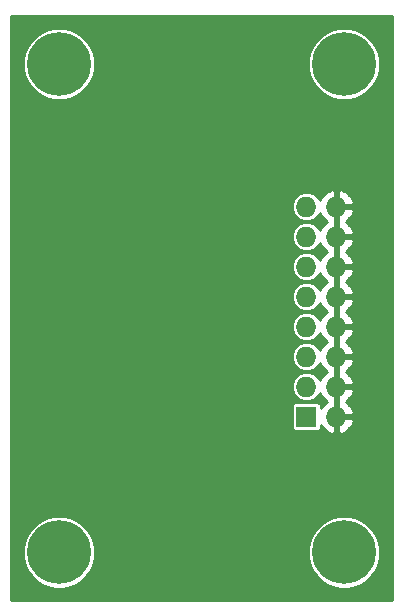
<source format=gbr>
G04 #@! TF.GenerationSoftware,KiCad,Pcbnew,(5.1.2)-1*
G04 #@! TF.CreationDate,2020-09-11T17:35:28+02:00*
G04 #@! TF.ProjectId,LEDadapter,4c454461-6461-4707-9465-722e6b696361,1.0*
G04 #@! TF.SameCoordinates,Original*
G04 #@! TF.FileFunction,Copper,L2,Bot*
G04 #@! TF.FilePolarity,Positive*
%FSLAX46Y46*%
G04 Gerber Fmt 4.6, Leading zero omitted, Abs format (unit mm)*
G04 Created by KiCad (PCBNEW (5.1.2)-1) date 2020-09-11 17:35:28*
%MOMM*%
%LPD*%
G04 APERTURE LIST*
%ADD10C,5.400000*%
%ADD11R,1.727200X1.727200*%
%ADD12O,1.727200X1.727200*%
%ADD13C,0.254000*%
G04 APERTURE END LIST*
D10*
X84455000Y-69215000D03*
X108585000Y-69215000D03*
X84455000Y-110553500D03*
X108585000Y-110553500D03*
D11*
X105410000Y-99060000D03*
D12*
X107950000Y-99060000D03*
X105410000Y-96520000D03*
X107950000Y-96520000D03*
X105410000Y-93980000D03*
X107950000Y-93980000D03*
X105410000Y-91440000D03*
X107950000Y-91440000D03*
X105410000Y-88900000D03*
X107950000Y-88900000D03*
X105410000Y-86360000D03*
X107950000Y-86360000D03*
X105410000Y-83820000D03*
X107950000Y-83820000D03*
X105410000Y-81280000D03*
X107950000Y-81280000D03*
D13*
G36*
X112624000Y-114577500D02*
G01*
X80406000Y-114577500D01*
X80406000Y-110250048D01*
X81374000Y-110250048D01*
X81374000Y-110856952D01*
X81492401Y-111452195D01*
X81724653Y-112012901D01*
X82061831Y-112517523D01*
X82490977Y-112946669D01*
X82995599Y-113283847D01*
X83556305Y-113516099D01*
X84151548Y-113634500D01*
X84758452Y-113634500D01*
X85353695Y-113516099D01*
X85914401Y-113283847D01*
X86419023Y-112946669D01*
X86848169Y-112517523D01*
X87185347Y-112012901D01*
X87417599Y-111452195D01*
X87536000Y-110856952D01*
X87536000Y-110250048D01*
X105504000Y-110250048D01*
X105504000Y-110856952D01*
X105622401Y-111452195D01*
X105854653Y-112012901D01*
X106191831Y-112517523D01*
X106620977Y-112946669D01*
X107125599Y-113283847D01*
X107686305Y-113516099D01*
X108281548Y-113634500D01*
X108888452Y-113634500D01*
X109483695Y-113516099D01*
X110044401Y-113283847D01*
X110549023Y-112946669D01*
X110978169Y-112517523D01*
X111315347Y-112012901D01*
X111547599Y-111452195D01*
X111666000Y-110856952D01*
X111666000Y-110250048D01*
X111547599Y-109654805D01*
X111315347Y-109094099D01*
X110978169Y-108589477D01*
X110549023Y-108160331D01*
X110044401Y-107823153D01*
X109483695Y-107590901D01*
X108888452Y-107472500D01*
X108281548Y-107472500D01*
X107686305Y-107590901D01*
X107125599Y-107823153D01*
X106620977Y-108160331D01*
X106191831Y-108589477D01*
X105854653Y-109094099D01*
X105622401Y-109654805D01*
X105504000Y-110250048D01*
X87536000Y-110250048D01*
X87417599Y-109654805D01*
X87185347Y-109094099D01*
X86848169Y-108589477D01*
X86419023Y-108160331D01*
X85914401Y-107823153D01*
X85353695Y-107590901D01*
X84758452Y-107472500D01*
X84151548Y-107472500D01*
X83556305Y-107590901D01*
X82995599Y-107823153D01*
X82490977Y-108160331D01*
X82061831Y-108589477D01*
X81724653Y-109094099D01*
X81492401Y-109654805D01*
X81374000Y-110250048D01*
X80406000Y-110250048D01*
X80406000Y-81280000D01*
X104159378Y-81280000D01*
X104183408Y-81523984D01*
X104254576Y-81758592D01*
X104370146Y-81974808D01*
X104525677Y-82164323D01*
X104715192Y-82319854D01*
X104931408Y-82435424D01*
X105166016Y-82506592D01*
X105348857Y-82524600D01*
X105471143Y-82524600D01*
X105653984Y-82506592D01*
X105888592Y-82435424D01*
X106104808Y-82319854D01*
X106294323Y-82164323D01*
X106449854Y-81974808D01*
X106544532Y-81797679D01*
X106667316Y-82054944D01*
X106843146Y-82290293D01*
X107061512Y-82486817D01*
X107167770Y-82550000D01*
X107061512Y-82613183D01*
X106843146Y-82809707D01*
X106667316Y-83045056D01*
X106544532Y-83302321D01*
X106449854Y-83125192D01*
X106294323Y-82935677D01*
X106104808Y-82780146D01*
X105888592Y-82664576D01*
X105653984Y-82593408D01*
X105471143Y-82575400D01*
X105348857Y-82575400D01*
X105166016Y-82593408D01*
X104931408Y-82664576D01*
X104715192Y-82780146D01*
X104525677Y-82935677D01*
X104370146Y-83125192D01*
X104254576Y-83341408D01*
X104183408Y-83576016D01*
X104159378Y-83820000D01*
X104183408Y-84063984D01*
X104254576Y-84298592D01*
X104370146Y-84514808D01*
X104525677Y-84704323D01*
X104715192Y-84859854D01*
X104931408Y-84975424D01*
X105166016Y-85046592D01*
X105348857Y-85064600D01*
X105471143Y-85064600D01*
X105653984Y-85046592D01*
X105888592Y-84975424D01*
X106104808Y-84859854D01*
X106294323Y-84704323D01*
X106449854Y-84514808D01*
X106544532Y-84337679D01*
X106667316Y-84594944D01*
X106843146Y-84830293D01*
X107061512Y-85026817D01*
X107167770Y-85090000D01*
X107061512Y-85153183D01*
X106843146Y-85349707D01*
X106667316Y-85585056D01*
X106544532Y-85842321D01*
X106449854Y-85665192D01*
X106294323Y-85475677D01*
X106104808Y-85320146D01*
X105888592Y-85204576D01*
X105653984Y-85133408D01*
X105471143Y-85115400D01*
X105348857Y-85115400D01*
X105166016Y-85133408D01*
X104931408Y-85204576D01*
X104715192Y-85320146D01*
X104525677Y-85475677D01*
X104370146Y-85665192D01*
X104254576Y-85881408D01*
X104183408Y-86116016D01*
X104159378Y-86360000D01*
X104183408Y-86603984D01*
X104254576Y-86838592D01*
X104370146Y-87054808D01*
X104525677Y-87244323D01*
X104715192Y-87399854D01*
X104931408Y-87515424D01*
X105166016Y-87586592D01*
X105348857Y-87604600D01*
X105471143Y-87604600D01*
X105653984Y-87586592D01*
X105888592Y-87515424D01*
X106104808Y-87399854D01*
X106294323Y-87244323D01*
X106449854Y-87054808D01*
X106544532Y-86877679D01*
X106667316Y-87134944D01*
X106843146Y-87370293D01*
X107061512Y-87566817D01*
X107167770Y-87630000D01*
X107061512Y-87693183D01*
X106843146Y-87889707D01*
X106667316Y-88125056D01*
X106544532Y-88382321D01*
X106449854Y-88205192D01*
X106294323Y-88015677D01*
X106104808Y-87860146D01*
X105888592Y-87744576D01*
X105653984Y-87673408D01*
X105471143Y-87655400D01*
X105348857Y-87655400D01*
X105166016Y-87673408D01*
X104931408Y-87744576D01*
X104715192Y-87860146D01*
X104525677Y-88015677D01*
X104370146Y-88205192D01*
X104254576Y-88421408D01*
X104183408Y-88656016D01*
X104159378Y-88900000D01*
X104183408Y-89143984D01*
X104254576Y-89378592D01*
X104370146Y-89594808D01*
X104525677Y-89784323D01*
X104715192Y-89939854D01*
X104931408Y-90055424D01*
X105166016Y-90126592D01*
X105348857Y-90144600D01*
X105471143Y-90144600D01*
X105653984Y-90126592D01*
X105888592Y-90055424D01*
X106104808Y-89939854D01*
X106294323Y-89784323D01*
X106449854Y-89594808D01*
X106544532Y-89417679D01*
X106667316Y-89674944D01*
X106843146Y-89910293D01*
X107061512Y-90106817D01*
X107167770Y-90170000D01*
X107061512Y-90233183D01*
X106843146Y-90429707D01*
X106667316Y-90665056D01*
X106544532Y-90922321D01*
X106449854Y-90745192D01*
X106294323Y-90555677D01*
X106104808Y-90400146D01*
X105888592Y-90284576D01*
X105653984Y-90213408D01*
X105471143Y-90195400D01*
X105348857Y-90195400D01*
X105166016Y-90213408D01*
X104931408Y-90284576D01*
X104715192Y-90400146D01*
X104525677Y-90555677D01*
X104370146Y-90745192D01*
X104254576Y-90961408D01*
X104183408Y-91196016D01*
X104159378Y-91440000D01*
X104183408Y-91683984D01*
X104254576Y-91918592D01*
X104370146Y-92134808D01*
X104525677Y-92324323D01*
X104715192Y-92479854D01*
X104931408Y-92595424D01*
X105166016Y-92666592D01*
X105348857Y-92684600D01*
X105471143Y-92684600D01*
X105653984Y-92666592D01*
X105888592Y-92595424D01*
X106104808Y-92479854D01*
X106294323Y-92324323D01*
X106449854Y-92134808D01*
X106544532Y-91957679D01*
X106667316Y-92214944D01*
X106843146Y-92450293D01*
X107061512Y-92646817D01*
X107167770Y-92710000D01*
X107061512Y-92773183D01*
X106843146Y-92969707D01*
X106667316Y-93205056D01*
X106544532Y-93462321D01*
X106449854Y-93285192D01*
X106294323Y-93095677D01*
X106104808Y-92940146D01*
X105888592Y-92824576D01*
X105653984Y-92753408D01*
X105471143Y-92735400D01*
X105348857Y-92735400D01*
X105166016Y-92753408D01*
X104931408Y-92824576D01*
X104715192Y-92940146D01*
X104525677Y-93095677D01*
X104370146Y-93285192D01*
X104254576Y-93501408D01*
X104183408Y-93736016D01*
X104159378Y-93980000D01*
X104183408Y-94223984D01*
X104254576Y-94458592D01*
X104370146Y-94674808D01*
X104525677Y-94864323D01*
X104715192Y-95019854D01*
X104931408Y-95135424D01*
X105166016Y-95206592D01*
X105348857Y-95224600D01*
X105471143Y-95224600D01*
X105653984Y-95206592D01*
X105888592Y-95135424D01*
X106104808Y-95019854D01*
X106294323Y-94864323D01*
X106449854Y-94674808D01*
X106544532Y-94497679D01*
X106667316Y-94754944D01*
X106843146Y-94990293D01*
X107061512Y-95186817D01*
X107167770Y-95250000D01*
X107061512Y-95313183D01*
X106843146Y-95509707D01*
X106667316Y-95745056D01*
X106544532Y-96002321D01*
X106449854Y-95825192D01*
X106294323Y-95635677D01*
X106104808Y-95480146D01*
X105888592Y-95364576D01*
X105653984Y-95293408D01*
X105471143Y-95275400D01*
X105348857Y-95275400D01*
X105166016Y-95293408D01*
X104931408Y-95364576D01*
X104715192Y-95480146D01*
X104525677Y-95635677D01*
X104370146Y-95825192D01*
X104254576Y-96041408D01*
X104183408Y-96276016D01*
X104159378Y-96520000D01*
X104183408Y-96763984D01*
X104254576Y-96998592D01*
X104370146Y-97214808D01*
X104525677Y-97404323D01*
X104715192Y-97559854D01*
X104931408Y-97675424D01*
X105166016Y-97746592D01*
X105348857Y-97764600D01*
X105471143Y-97764600D01*
X105653984Y-97746592D01*
X105888592Y-97675424D01*
X106104808Y-97559854D01*
X106294323Y-97404323D01*
X106449854Y-97214808D01*
X106544532Y-97037679D01*
X106667316Y-97294944D01*
X106843146Y-97530293D01*
X107061512Y-97726817D01*
X107167770Y-97790000D01*
X107061512Y-97853183D01*
X106843146Y-98049707D01*
X106667316Y-98285056D01*
X106656443Y-98307838D01*
X106656443Y-98196400D01*
X106649087Y-98121711D01*
X106627301Y-98049892D01*
X106591922Y-97983704D01*
X106544311Y-97925689D01*
X106486296Y-97878078D01*
X106420108Y-97842699D01*
X106348289Y-97820913D01*
X106273600Y-97813557D01*
X104546400Y-97813557D01*
X104471711Y-97820913D01*
X104399892Y-97842699D01*
X104333704Y-97878078D01*
X104275689Y-97925689D01*
X104228078Y-97983704D01*
X104192699Y-98049892D01*
X104170913Y-98121711D01*
X104163557Y-98196400D01*
X104163557Y-99923600D01*
X104170913Y-99998289D01*
X104192699Y-100070108D01*
X104228078Y-100136296D01*
X104275689Y-100194311D01*
X104333704Y-100241922D01*
X104399892Y-100277301D01*
X104471711Y-100299087D01*
X104546400Y-100306443D01*
X106273600Y-100306443D01*
X106348289Y-100299087D01*
X106420108Y-100277301D01*
X106486296Y-100241922D01*
X106544311Y-100194311D01*
X106591922Y-100136296D01*
X106627301Y-100070108D01*
X106649087Y-99998289D01*
X106656443Y-99923600D01*
X106656443Y-99812162D01*
X106667316Y-99834944D01*
X106843146Y-100070293D01*
X107061512Y-100266817D01*
X107314022Y-100416964D01*
X107590973Y-100514963D01*
X107823000Y-100394464D01*
X107823000Y-99187000D01*
X108077000Y-99187000D01*
X108077000Y-100394464D01*
X108309027Y-100514963D01*
X108585978Y-100416964D01*
X108838488Y-100266817D01*
X109056854Y-100070293D01*
X109232684Y-99834944D01*
X109359222Y-99569814D01*
X109404958Y-99419026D01*
X109283817Y-99187000D01*
X108077000Y-99187000D01*
X107823000Y-99187000D01*
X107803000Y-99187000D01*
X107803000Y-98933000D01*
X107823000Y-98933000D01*
X107823000Y-96647000D01*
X108077000Y-96647000D01*
X108077000Y-98933000D01*
X109283817Y-98933000D01*
X109404958Y-98700974D01*
X109359222Y-98550186D01*
X109232684Y-98285056D01*
X109056854Y-98049707D01*
X108838488Y-97853183D01*
X108732230Y-97790000D01*
X108838488Y-97726817D01*
X109056854Y-97530293D01*
X109232684Y-97294944D01*
X109359222Y-97029814D01*
X109404958Y-96879026D01*
X109283817Y-96647000D01*
X108077000Y-96647000D01*
X107823000Y-96647000D01*
X107803000Y-96647000D01*
X107803000Y-96393000D01*
X107823000Y-96393000D01*
X107823000Y-94107000D01*
X108077000Y-94107000D01*
X108077000Y-96393000D01*
X109283817Y-96393000D01*
X109404958Y-96160974D01*
X109359222Y-96010186D01*
X109232684Y-95745056D01*
X109056854Y-95509707D01*
X108838488Y-95313183D01*
X108732230Y-95250000D01*
X108838488Y-95186817D01*
X109056854Y-94990293D01*
X109232684Y-94754944D01*
X109359222Y-94489814D01*
X109404958Y-94339026D01*
X109283817Y-94107000D01*
X108077000Y-94107000D01*
X107823000Y-94107000D01*
X107803000Y-94107000D01*
X107803000Y-93853000D01*
X107823000Y-93853000D01*
X107823000Y-91567000D01*
X108077000Y-91567000D01*
X108077000Y-93853000D01*
X109283817Y-93853000D01*
X109404958Y-93620974D01*
X109359222Y-93470186D01*
X109232684Y-93205056D01*
X109056854Y-92969707D01*
X108838488Y-92773183D01*
X108732230Y-92710000D01*
X108838488Y-92646817D01*
X109056854Y-92450293D01*
X109232684Y-92214944D01*
X109359222Y-91949814D01*
X109404958Y-91799026D01*
X109283817Y-91567000D01*
X108077000Y-91567000D01*
X107823000Y-91567000D01*
X107803000Y-91567000D01*
X107803000Y-91313000D01*
X107823000Y-91313000D01*
X107823000Y-89027000D01*
X108077000Y-89027000D01*
X108077000Y-91313000D01*
X109283817Y-91313000D01*
X109404958Y-91080974D01*
X109359222Y-90930186D01*
X109232684Y-90665056D01*
X109056854Y-90429707D01*
X108838488Y-90233183D01*
X108732230Y-90170000D01*
X108838488Y-90106817D01*
X109056854Y-89910293D01*
X109232684Y-89674944D01*
X109359222Y-89409814D01*
X109404958Y-89259026D01*
X109283817Y-89027000D01*
X108077000Y-89027000D01*
X107823000Y-89027000D01*
X107803000Y-89027000D01*
X107803000Y-88773000D01*
X107823000Y-88773000D01*
X107823000Y-86487000D01*
X108077000Y-86487000D01*
X108077000Y-88773000D01*
X109283817Y-88773000D01*
X109404958Y-88540974D01*
X109359222Y-88390186D01*
X109232684Y-88125056D01*
X109056854Y-87889707D01*
X108838488Y-87693183D01*
X108732230Y-87630000D01*
X108838488Y-87566817D01*
X109056854Y-87370293D01*
X109232684Y-87134944D01*
X109359222Y-86869814D01*
X109404958Y-86719026D01*
X109283817Y-86487000D01*
X108077000Y-86487000D01*
X107823000Y-86487000D01*
X107803000Y-86487000D01*
X107803000Y-86233000D01*
X107823000Y-86233000D01*
X107823000Y-83947000D01*
X108077000Y-83947000D01*
X108077000Y-86233000D01*
X109283817Y-86233000D01*
X109404958Y-86000974D01*
X109359222Y-85850186D01*
X109232684Y-85585056D01*
X109056854Y-85349707D01*
X108838488Y-85153183D01*
X108732230Y-85090000D01*
X108838488Y-85026817D01*
X109056854Y-84830293D01*
X109232684Y-84594944D01*
X109359222Y-84329814D01*
X109404958Y-84179026D01*
X109283817Y-83947000D01*
X108077000Y-83947000D01*
X107823000Y-83947000D01*
X107803000Y-83947000D01*
X107803000Y-83693000D01*
X107823000Y-83693000D01*
X107823000Y-81407000D01*
X108077000Y-81407000D01*
X108077000Y-83693000D01*
X109283817Y-83693000D01*
X109404958Y-83460974D01*
X109359222Y-83310186D01*
X109232684Y-83045056D01*
X109056854Y-82809707D01*
X108838488Y-82613183D01*
X108732230Y-82550000D01*
X108838488Y-82486817D01*
X109056854Y-82290293D01*
X109232684Y-82054944D01*
X109359222Y-81789814D01*
X109404958Y-81639026D01*
X109283817Y-81407000D01*
X108077000Y-81407000D01*
X107823000Y-81407000D01*
X107803000Y-81407000D01*
X107803000Y-81153000D01*
X107823000Y-81153000D01*
X107823000Y-79945536D01*
X108077000Y-79945536D01*
X108077000Y-81153000D01*
X109283817Y-81153000D01*
X109404958Y-80920974D01*
X109359222Y-80770186D01*
X109232684Y-80505056D01*
X109056854Y-80269707D01*
X108838488Y-80073183D01*
X108585978Y-79923036D01*
X108309027Y-79825037D01*
X108077000Y-79945536D01*
X107823000Y-79945536D01*
X107590973Y-79825037D01*
X107314022Y-79923036D01*
X107061512Y-80073183D01*
X106843146Y-80269707D01*
X106667316Y-80505056D01*
X106544532Y-80762321D01*
X106449854Y-80585192D01*
X106294323Y-80395677D01*
X106104808Y-80240146D01*
X105888592Y-80124576D01*
X105653984Y-80053408D01*
X105471143Y-80035400D01*
X105348857Y-80035400D01*
X105166016Y-80053408D01*
X104931408Y-80124576D01*
X104715192Y-80240146D01*
X104525677Y-80395677D01*
X104370146Y-80585192D01*
X104254576Y-80801408D01*
X104183408Y-81036016D01*
X104159378Y-81280000D01*
X80406000Y-81280000D01*
X80406000Y-68911548D01*
X81374000Y-68911548D01*
X81374000Y-69518452D01*
X81492401Y-70113695D01*
X81724653Y-70674401D01*
X82061831Y-71179023D01*
X82490977Y-71608169D01*
X82995599Y-71945347D01*
X83556305Y-72177599D01*
X84151548Y-72296000D01*
X84758452Y-72296000D01*
X85353695Y-72177599D01*
X85914401Y-71945347D01*
X86419023Y-71608169D01*
X86848169Y-71179023D01*
X87185347Y-70674401D01*
X87417599Y-70113695D01*
X87536000Y-69518452D01*
X87536000Y-68911548D01*
X105504000Y-68911548D01*
X105504000Y-69518452D01*
X105622401Y-70113695D01*
X105854653Y-70674401D01*
X106191831Y-71179023D01*
X106620977Y-71608169D01*
X107125599Y-71945347D01*
X107686305Y-72177599D01*
X108281548Y-72296000D01*
X108888452Y-72296000D01*
X109483695Y-72177599D01*
X110044401Y-71945347D01*
X110549023Y-71608169D01*
X110978169Y-71179023D01*
X111315347Y-70674401D01*
X111547599Y-70113695D01*
X111666000Y-69518452D01*
X111666000Y-68911548D01*
X111547599Y-68316305D01*
X111315347Y-67755599D01*
X110978169Y-67250977D01*
X110549023Y-66821831D01*
X110044401Y-66484653D01*
X109483695Y-66252401D01*
X108888452Y-66134000D01*
X108281548Y-66134000D01*
X107686305Y-66252401D01*
X107125599Y-66484653D01*
X106620977Y-66821831D01*
X106191831Y-67250977D01*
X105854653Y-67755599D01*
X105622401Y-68316305D01*
X105504000Y-68911548D01*
X87536000Y-68911548D01*
X87417599Y-68316305D01*
X87185347Y-67755599D01*
X86848169Y-67250977D01*
X86419023Y-66821831D01*
X85914401Y-66484653D01*
X85353695Y-66252401D01*
X84758452Y-66134000D01*
X84151548Y-66134000D01*
X83556305Y-66252401D01*
X82995599Y-66484653D01*
X82490977Y-66821831D01*
X82061831Y-67250977D01*
X81724653Y-67755599D01*
X81492401Y-68316305D01*
X81374000Y-68911548D01*
X80406000Y-68911548D01*
X80406000Y-65176000D01*
X112624001Y-65176000D01*
X112624000Y-114577500D01*
X112624000Y-114577500D01*
G37*
X112624000Y-114577500D02*
X80406000Y-114577500D01*
X80406000Y-110250048D01*
X81374000Y-110250048D01*
X81374000Y-110856952D01*
X81492401Y-111452195D01*
X81724653Y-112012901D01*
X82061831Y-112517523D01*
X82490977Y-112946669D01*
X82995599Y-113283847D01*
X83556305Y-113516099D01*
X84151548Y-113634500D01*
X84758452Y-113634500D01*
X85353695Y-113516099D01*
X85914401Y-113283847D01*
X86419023Y-112946669D01*
X86848169Y-112517523D01*
X87185347Y-112012901D01*
X87417599Y-111452195D01*
X87536000Y-110856952D01*
X87536000Y-110250048D01*
X105504000Y-110250048D01*
X105504000Y-110856952D01*
X105622401Y-111452195D01*
X105854653Y-112012901D01*
X106191831Y-112517523D01*
X106620977Y-112946669D01*
X107125599Y-113283847D01*
X107686305Y-113516099D01*
X108281548Y-113634500D01*
X108888452Y-113634500D01*
X109483695Y-113516099D01*
X110044401Y-113283847D01*
X110549023Y-112946669D01*
X110978169Y-112517523D01*
X111315347Y-112012901D01*
X111547599Y-111452195D01*
X111666000Y-110856952D01*
X111666000Y-110250048D01*
X111547599Y-109654805D01*
X111315347Y-109094099D01*
X110978169Y-108589477D01*
X110549023Y-108160331D01*
X110044401Y-107823153D01*
X109483695Y-107590901D01*
X108888452Y-107472500D01*
X108281548Y-107472500D01*
X107686305Y-107590901D01*
X107125599Y-107823153D01*
X106620977Y-108160331D01*
X106191831Y-108589477D01*
X105854653Y-109094099D01*
X105622401Y-109654805D01*
X105504000Y-110250048D01*
X87536000Y-110250048D01*
X87417599Y-109654805D01*
X87185347Y-109094099D01*
X86848169Y-108589477D01*
X86419023Y-108160331D01*
X85914401Y-107823153D01*
X85353695Y-107590901D01*
X84758452Y-107472500D01*
X84151548Y-107472500D01*
X83556305Y-107590901D01*
X82995599Y-107823153D01*
X82490977Y-108160331D01*
X82061831Y-108589477D01*
X81724653Y-109094099D01*
X81492401Y-109654805D01*
X81374000Y-110250048D01*
X80406000Y-110250048D01*
X80406000Y-81280000D01*
X104159378Y-81280000D01*
X104183408Y-81523984D01*
X104254576Y-81758592D01*
X104370146Y-81974808D01*
X104525677Y-82164323D01*
X104715192Y-82319854D01*
X104931408Y-82435424D01*
X105166016Y-82506592D01*
X105348857Y-82524600D01*
X105471143Y-82524600D01*
X105653984Y-82506592D01*
X105888592Y-82435424D01*
X106104808Y-82319854D01*
X106294323Y-82164323D01*
X106449854Y-81974808D01*
X106544532Y-81797679D01*
X106667316Y-82054944D01*
X106843146Y-82290293D01*
X107061512Y-82486817D01*
X107167770Y-82550000D01*
X107061512Y-82613183D01*
X106843146Y-82809707D01*
X106667316Y-83045056D01*
X106544532Y-83302321D01*
X106449854Y-83125192D01*
X106294323Y-82935677D01*
X106104808Y-82780146D01*
X105888592Y-82664576D01*
X105653984Y-82593408D01*
X105471143Y-82575400D01*
X105348857Y-82575400D01*
X105166016Y-82593408D01*
X104931408Y-82664576D01*
X104715192Y-82780146D01*
X104525677Y-82935677D01*
X104370146Y-83125192D01*
X104254576Y-83341408D01*
X104183408Y-83576016D01*
X104159378Y-83820000D01*
X104183408Y-84063984D01*
X104254576Y-84298592D01*
X104370146Y-84514808D01*
X104525677Y-84704323D01*
X104715192Y-84859854D01*
X104931408Y-84975424D01*
X105166016Y-85046592D01*
X105348857Y-85064600D01*
X105471143Y-85064600D01*
X105653984Y-85046592D01*
X105888592Y-84975424D01*
X106104808Y-84859854D01*
X106294323Y-84704323D01*
X106449854Y-84514808D01*
X106544532Y-84337679D01*
X106667316Y-84594944D01*
X106843146Y-84830293D01*
X107061512Y-85026817D01*
X107167770Y-85090000D01*
X107061512Y-85153183D01*
X106843146Y-85349707D01*
X106667316Y-85585056D01*
X106544532Y-85842321D01*
X106449854Y-85665192D01*
X106294323Y-85475677D01*
X106104808Y-85320146D01*
X105888592Y-85204576D01*
X105653984Y-85133408D01*
X105471143Y-85115400D01*
X105348857Y-85115400D01*
X105166016Y-85133408D01*
X104931408Y-85204576D01*
X104715192Y-85320146D01*
X104525677Y-85475677D01*
X104370146Y-85665192D01*
X104254576Y-85881408D01*
X104183408Y-86116016D01*
X104159378Y-86360000D01*
X104183408Y-86603984D01*
X104254576Y-86838592D01*
X104370146Y-87054808D01*
X104525677Y-87244323D01*
X104715192Y-87399854D01*
X104931408Y-87515424D01*
X105166016Y-87586592D01*
X105348857Y-87604600D01*
X105471143Y-87604600D01*
X105653984Y-87586592D01*
X105888592Y-87515424D01*
X106104808Y-87399854D01*
X106294323Y-87244323D01*
X106449854Y-87054808D01*
X106544532Y-86877679D01*
X106667316Y-87134944D01*
X106843146Y-87370293D01*
X107061512Y-87566817D01*
X107167770Y-87630000D01*
X107061512Y-87693183D01*
X106843146Y-87889707D01*
X106667316Y-88125056D01*
X106544532Y-88382321D01*
X106449854Y-88205192D01*
X106294323Y-88015677D01*
X106104808Y-87860146D01*
X105888592Y-87744576D01*
X105653984Y-87673408D01*
X105471143Y-87655400D01*
X105348857Y-87655400D01*
X105166016Y-87673408D01*
X104931408Y-87744576D01*
X104715192Y-87860146D01*
X104525677Y-88015677D01*
X104370146Y-88205192D01*
X104254576Y-88421408D01*
X104183408Y-88656016D01*
X104159378Y-88900000D01*
X104183408Y-89143984D01*
X104254576Y-89378592D01*
X104370146Y-89594808D01*
X104525677Y-89784323D01*
X104715192Y-89939854D01*
X104931408Y-90055424D01*
X105166016Y-90126592D01*
X105348857Y-90144600D01*
X105471143Y-90144600D01*
X105653984Y-90126592D01*
X105888592Y-90055424D01*
X106104808Y-89939854D01*
X106294323Y-89784323D01*
X106449854Y-89594808D01*
X106544532Y-89417679D01*
X106667316Y-89674944D01*
X106843146Y-89910293D01*
X107061512Y-90106817D01*
X107167770Y-90170000D01*
X107061512Y-90233183D01*
X106843146Y-90429707D01*
X106667316Y-90665056D01*
X106544532Y-90922321D01*
X106449854Y-90745192D01*
X106294323Y-90555677D01*
X106104808Y-90400146D01*
X105888592Y-90284576D01*
X105653984Y-90213408D01*
X105471143Y-90195400D01*
X105348857Y-90195400D01*
X105166016Y-90213408D01*
X104931408Y-90284576D01*
X104715192Y-90400146D01*
X104525677Y-90555677D01*
X104370146Y-90745192D01*
X104254576Y-90961408D01*
X104183408Y-91196016D01*
X104159378Y-91440000D01*
X104183408Y-91683984D01*
X104254576Y-91918592D01*
X104370146Y-92134808D01*
X104525677Y-92324323D01*
X104715192Y-92479854D01*
X104931408Y-92595424D01*
X105166016Y-92666592D01*
X105348857Y-92684600D01*
X105471143Y-92684600D01*
X105653984Y-92666592D01*
X105888592Y-92595424D01*
X106104808Y-92479854D01*
X106294323Y-92324323D01*
X106449854Y-92134808D01*
X106544532Y-91957679D01*
X106667316Y-92214944D01*
X106843146Y-92450293D01*
X107061512Y-92646817D01*
X107167770Y-92710000D01*
X107061512Y-92773183D01*
X106843146Y-92969707D01*
X106667316Y-93205056D01*
X106544532Y-93462321D01*
X106449854Y-93285192D01*
X106294323Y-93095677D01*
X106104808Y-92940146D01*
X105888592Y-92824576D01*
X105653984Y-92753408D01*
X105471143Y-92735400D01*
X105348857Y-92735400D01*
X105166016Y-92753408D01*
X104931408Y-92824576D01*
X104715192Y-92940146D01*
X104525677Y-93095677D01*
X104370146Y-93285192D01*
X104254576Y-93501408D01*
X104183408Y-93736016D01*
X104159378Y-93980000D01*
X104183408Y-94223984D01*
X104254576Y-94458592D01*
X104370146Y-94674808D01*
X104525677Y-94864323D01*
X104715192Y-95019854D01*
X104931408Y-95135424D01*
X105166016Y-95206592D01*
X105348857Y-95224600D01*
X105471143Y-95224600D01*
X105653984Y-95206592D01*
X105888592Y-95135424D01*
X106104808Y-95019854D01*
X106294323Y-94864323D01*
X106449854Y-94674808D01*
X106544532Y-94497679D01*
X106667316Y-94754944D01*
X106843146Y-94990293D01*
X107061512Y-95186817D01*
X107167770Y-95250000D01*
X107061512Y-95313183D01*
X106843146Y-95509707D01*
X106667316Y-95745056D01*
X106544532Y-96002321D01*
X106449854Y-95825192D01*
X106294323Y-95635677D01*
X106104808Y-95480146D01*
X105888592Y-95364576D01*
X105653984Y-95293408D01*
X105471143Y-95275400D01*
X105348857Y-95275400D01*
X105166016Y-95293408D01*
X104931408Y-95364576D01*
X104715192Y-95480146D01*
X104525677Y-95635677D01*
X104370146Y-95825192D01*
X104254576Y-96041408D01*
X104183408Y-96276016D01*
X104159378Y-96520000D01*
X104183408Y-96763984D01*
X104254576Y-96998592D01*
X104370146Y-97214808D01*
X104525677Y-97404323D01*
X104715192Y-97559854D01*
X104931408Y-97675424D01*
X105166016Y-97746592D01*
X105348857Y-97764600D01*
X105471143Y-97764600D01*
X105653984Y-97746592D01*
X105888592Y-97675424D01*
X106104808Y-97559854D01*
X106294323Y-97404323D01*
X106449854Y-97214808D01*
X106544532Y-97037679D01*
X106667316Y-97294944D01*
X106843146Y-97530293D01*
X107061512Y-97726817D01*
X107167770Y-97790000D01*
X107061512Y-97853183D01*
X106843146Y-98049707D01*
X106667316Y-98285056D01*
X106656443Y-98307838D01*
X106656443Y-98196400D01*
X106649087Y-98121711D01*
X106627301Y-98049892D01*
X106591922Y-97983704D01*
X106544311Y-97925689D01*
X106486296Y-97878078D01*
X106420108Y-97842699D01*
X106348289Y-97820913D01*
X106273600Y-97813557D01*
X104546400Y-97813557D01*
X104471711Y-97820913D01*
X104399892Y-97842699D01*
X104333704Y-97878078D01*
X104275689Y-97925689D01*
X104228078Y-97983704D01*
X104192699Y-98049892D01*
X104170913Y-98121711D01*
X104163557Y-98196400D01*
X104163557Y-99923600D01*
X104170913Y-99998289D01*
X104192699Y-100070108D01*
X104228078Y-100136296D01*
X104275689Y-100194311D01*
X104333704Y-100241922D01*
X104399892Y-100277301D01*
X104471711Y-100299087D01*
X104546400Y-100306443D01*
X106273600Y-100306443D01*
X106348289Y-100299087D01*
X106420108Y-100277301D01*
X106486296Y-100241922D01*
X106544311Y-100194311D01*
X106591922Y-100136296D01*
X106627301Y-100070108D01*
X106649087Y-99998289D01*
X106656443Y-99923600D01*
X106656443Y-99812162D01*
X106667316Y-99834944D01*
X106843146Y-100070293D01*
X107061512Y-100266817D01*
X107314022Y-100416964D01*
X107590973Y-100514963D01*
X107823000Y-100394464D01*
X107823000Y-99187000D01*
X108077000Y-99187000D01*
X108077000Y-100394464D01*
X108309027Y-100514963D01*
X108585978Y-100416964D01*
X108838488Y-100266817D01*
X109056854Y-100070293D01*
X109232684Y-99834944D01*
X109359222Y-99569814D01*
X109404958Y-99419026D01*
X109283817Y-99187000D01*
X108077000Y-99187000D01*
X107823000Y-99187000D01*
X107803000Y-99187000D01*
X107803000Y-98933000D01*
X107823000Y-98933000D01*
X107823000Y-96647000D01*
X108077000Y-96647000D01*
X108077000Y-98933000D01*
X109283817Y-98933000D01*
X109404958Y-98700974D01*
X109359222Y-98550186D01*
X109232684Y-98285056D01*
X109056854Y-98049707D01*
X108838488Y-97853183D01*
X108732230Y-97790000D01*
X108838488Y-97726817D01*
X109056854Y-97530293D01*
X109232684Y-97294944D01*
X109359222Y-97029814D01*
X109404958Y-96879026D01*
X109283817Y-96647000D01*
X108077000Y-96647000D01*
X107823000Y-96647000D01*
X107803000Y-96647000D01*
X107803000Y-96393000D01*
X107823000Y-96393000D01*
X107823000Y-94107000D01*
X108077000Y-94107000D01*
X108077000Y-96393000D01*
X109283817Y-96393000D01*
X109404958Y-96160974D01*
X109359222Y-96010186D01*
X109232684Y-95745056D01*
X109056854Y-95509707D01*
X108838488Y-95313183D01*
X108732230Y-95250000D01*
X108838488Y-95186817D01*
X109056854Y-94990293D01*
X109232684Y-94754944D01*
X109359222Y-94489814D01*
X109404958Y-94339026D01*
X109283817Y-94107000D01*
X108077000Y-94107000D01*
X107823000Y-94107000D01*
X107803000Y-94107000D01*
X107803000Y-93853000D01*
X107823000Y-93853000D01*
X107823000Y-91567000D01*
X108077000Y-91567000D01*
X108077000Y-93853000D01*
X109283817Y-93853000D01*
X109404958Y-93620974D01*
X109359222Y-93470186D01*
X109232684Y-93205056D01*
X109056854Y-92969707D01*
X108838488Y-92773183D01*
X108732230Y-92710000D01*
X108838488Y-92646817D01*
X109056854Y-92450293D01*
X109232684Y-92214944D01*
X109359222Y-91949814D01*
X109404958Y-91799026D01*
X109283817Y-91567000D01*
X108077000Y-91567000D01*
X107823000Y-91567000D01*
X107803000Y-91567000D01*
X107803000Y-91313000D01*
X107823000Y-91313000D01*
X107823000Y-89027000D01*
X108077000Y-89027000D01*
X108077000Y-91313000D01*
X109283817Y-91313000D01*
X109404958Y-91080974D01*
X109359222Y-90930186D01*
X109232684Y-90665056D01*
X109056854Y-90429707D01*
X108838488Y-90233183D01*
X108732230Y-90170000D01*
X108838488Y-90106817D01*
X109056854Y-89910293D01*
X109232684Y-89674944D01*
X109359222Y-89409814D01*
X109404958Y-89259026D01*
X109283817Y-89027000D01*
X108077000Y-89027000D01*
X107823000Y-89027000D01*
X107803000Y-89027000D01*
X107803000Y-88773000D01*
X107823000Y-88773000D01*
X107823000Y-86487000D01*
X108077000Y-86487000D01*
X108077000Y-88773000D01*
X109283817Y-88773000D01*
X109404958Y-88540974D01*
X109359222Y-88390186D01*
X109232684Y-88125056D01*
X109056854Y-87889707D01*
X108838488Y-87693183D01*
X108732230Y-87630000D01*
X108838488Y-87566817D01*
X109056854Y-87370293D01*
X109232684Y-87134944D01*
X109359222Y-86869814D01*
X109404958Y-86719026D01*
X109283817Y-86487000D01*
X108077000Y-86487000D01*
X107823000Y-86487000D01*
X107803000Y-86487000D01*
X107803000Y-86233000D01*
X107823000Y-86233000D01*
X107823000Y-83947000D01*
X108077000Y-83947000D01*
X108077000Y-86233000D01*
X109283817Y-86233000D01*
X109404958Y-86000974D01*
X109359222Y-85850186D01*
X109232684Y-85585056D01*
X109056854Y-85349707D01*
X108838488Y-85153183D01*
X108732230Y-85090000D01*
X108838488Y-85026817D01*
X109056854Y-84830293D01*
X109232684Y-84594944D01*
X109359222Y-84329814D01*
X109404958Y-84179026D01*
X109283817Y-83947000D01*
X108077000Y-83947000D01*
X107823000Y-83947000D01*
X107803000Y-83947000D01*
X107803000Y-83693000D01*
X107823000Y-83693000D01*
X107823000Y-81407000D01*
X108077000Y-81407000D01*
X108077000Y-83693000D01*
X109283817Y-83693000D01*
X109404958Y-83460974D01*
X109359222Y-83310186D01*
X109232684Y-83045056D01*
X109056854Y-82809707D01*
X108838488Y-82613183D01*
X108732230Y-82550000D01*
X108838488Y-82486817D01*
X109056854Y-82290293D01*
X109232684Y-82054944D01*
X109359222Y-81789814D01*
X109404958Y-81639026D01*
X109283817Y-81407000D01*
X108077000Y-81407000D01*
X107823000Y-81407000D01*
X107803000Y-81407000D01*
X107803000Y-81153000D01*
X107823000Y-81153000D01*
X107823000Y-79945536D01*
X108077000Y-79945536D01*
X108077000Y-81153000D01*
X109283817Y-81153000D01*
X109404958Y-80920974D01*
X109359222Y-80770186D01*
X109232684Y-80505056D01*
X109056854Y-80269707D01*
X108838488Y-80073183D01*
X108585978Y-79923036D01*
X108309027Y-79825037D01*
X108077000Y-79945536D01*
X107823000Y-79945536D01*
X107590973Y-79825037D01*
X107314022Y-79923036D01*
X107061512Y-80073183D01*
X106843146Y-80269707D01*
X106667316Y-80505056D01*
X106544532Y-80762321D01*
X106449854Y-80585192D01*
X106294323Y-80395677D01*
X106104808Y-80240146D01*
X105888592Y-80124576D01*
X105653984Y-80053408D01*
X105471143Y-80035400D01*
X105348857Y-80035400D01*
X105166016Y-80053408D01*
X104931408Y-80124576D01*
X104715192Y-80240146D01*
X104525677Y-80395677D01*
X104370146Y-80585192D01*
X104254576Y-80801408D01*
X104183408Y-81036016D01*
X104159378Y-81280000D01*
X80406000Y-81280000D01*
X80406000Y-68911548D01*
X81374000Y-68911548D01*
X81374000Y-69518452D01*
X81492401Y-70113695D01*
X81724653Y-70674401D01*
X82061831Y-71179023D01*
X82490977Y-71608169D01*
X82995599Y-71945347D01*
X83556305Y-72177599D01*
X84151548Y-72296000D01*
X84758452Y-72296000D01*
X85353695Y-72177599D01*
X85914401Y-71945347D01*
X86419023Y-71608169D01*
X86848169Y-71179023D01*
X87185347Y-70674401D01*
X87417599Y-70113695D01*
X87536000Y-69518452D01*
X87536000Y-68911548D01*
X105504000Y-68911548D01*
X105504000Y-69518452D01*
X105622401Y-70113695D01*
X105854653Y-70674401D01*
X106191831Y-71179023D01*
X106620977Y-71608169D01*
X107125599Y-71945347D01*
X107686305Y-72177599D01*
X108281548Y-72296000D01*
X108888452Y-72296000D01*
X109483695Y-72177599D01*
X110044401Y-71945347D01*
X110549023Y-71608169D01*
X110978169Y-71179023D01*
X111315347Y-70674401D01*
X111547599Y-70113695D01*
X111666000Y-69518452D01*
X111666000Y-68911548D01*
X111547599Y-68316305D01*
X111315347Y-67755599D01*
X110978169Y-67250977D01*
X110549023Y-66821831D01*
X110044401Y-66484653D01*
X109483695Y-66252401D01*
X108888452Y-66134000D01*
X108281548Y-66134000D01*
X107686305Y-66252401D01*
X107125599Y-66484653D01*
X106620977Y-66821831D01*
X106191831Y-67250977D01*
X105854653Y-67755599D01*
X105622401Y-68316305D01*
X105504000Y-68911548D01*
X87536000Y-68911548D01*
X87417599Y-68316305D01*
X87185347Y-67755599D01*
X86848169Y-67250977D01*
X86419023Y-66821831D01*
X85914401Y-66484653D01*
X85353695Y-66252401D01*
X84758452Y-66134000D01*
X84151548Y-66134000D01*
X83556305Y-66252401D01*
X82995599Y-66484653D01*
X82490977Y-66821831D01*
X82061831Y-67250977D01*
X81724653Y-67755599D01*
X81492401Y-68316305D01*
X81374000Y-68911548D01*
X80406000Y-68911548D01*
X80406000Y-65176000D01*
X112624001Y-65176000D01*
X112624000Y-114577500D01*
M02*

</source>
